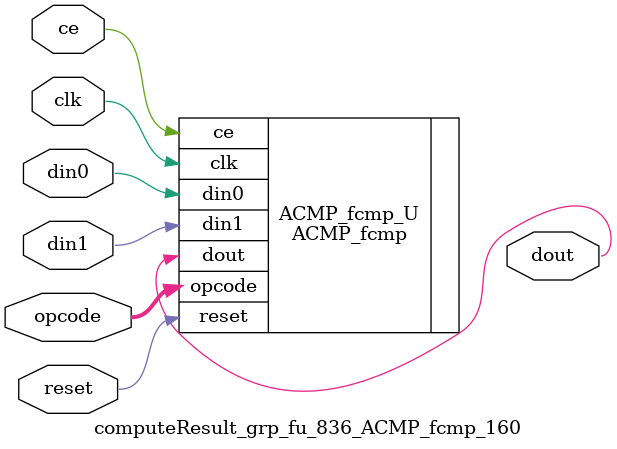
<source format=v>

`timescale 1 ns / 1 ps
module computeResult_grp_fu_836_ACMP_fcmp_160(
    clk,
    reset,
    ce,
    din0,
    din1,
    opcode,
    dout);

parameter ID = 32'd1;
parameter NUM_STAGE = 32'd1;
parameter din0_WIDTH = 32'd1;
parameter din1_WIDTH = 32'd1;
parameter dout_WIDTH = 32'd1;
input clk;
input reset;
input ce;
input[din0_WIDTH - 1:0] din0;
input[din1_WIDTH - 1:0] din1;
input[5 - 1:0] opcode;
output[dout_WIDTH - 1:0] dout;



ACMP_fcmp #(
.ID( ID ),
.NUM_STAGE( 3 ),
.din0_WIDTH( din0_WIDTH ),
.din1_WIDTH( din1_WIDTH ),
.dout_WIDTH( dout_WIDTH ))
ACMP_fcmp_U(
    .clk( clk ),
    .reset( reset ),
    .ce( ce ),
    .din0( din0 ),
    .din1( din1 ),
    .dout( dout ),
    .opcode( opcode ));

endmodule

</source>
